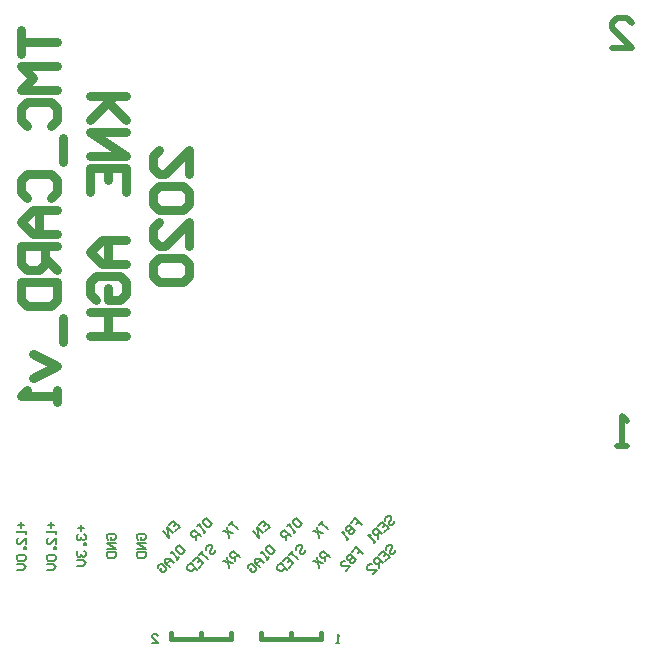
<source format=gbo>
G04*
G04 #@! TF.GenerationSoftware,Altium Limited,Altium Designer,20.0.13 (296)*
G04*
G04 Layer_Color=32896*
%FSLAX25Y25*%
%MOIN*%
G70*
G01*
G75*
%ADD13C,0.01500*%
%ADD14C,0.00800*%
%ADD43C,0.02000*%
%ADD46C,0.03000*%
D13*
X507500Y170500D02*
Y172500D01*
X517500Y170500D02*
Y172500D01*
X527500Y170500D02*
Y172500D01*
X537500Y170500D02*
Y172500D01*
X547500Y170500D02*
Y172500D01*
X557500Y170500D02*
Y172500D01*
X507500Y170500D02*
X527500D01*
X537500D02*
X557500D01*
D14*
X501048Y169000D02*
X503048D01*
X501048Y171000D01*
Y171500D01*
X501548Y172000D01*
X502548D01*
X503048Y171500D01*
X563452Y169000D02*
X562452D01*
X562952D01*
Y172000D01*
X563452Y171500D01*
X567853Y199474D02*
X569267Y200888D01*
X570328Y199828D01*
X569621Y199121D01*
X570328Y199828D01*
X571388Y198767D01*
X567147D02*
X569267Y196647D01*
X568207Y195586D01*
X567500Y195586D01*
X567147Y195940D01*
X567147Y196647D01*
X568207Y197707D01*
X567147Y196647D01*
X566440D01*
X566086Y197000D01*
X566086Y197707D01*
X567147Y198767D01*
X565733Y193112D02*
X567147Y194526D01*
X564319D01*
X563966Y194879D01*
Y195586D01*
X564673Y196293D01*
X565379D01*
X567500Y209121D02*
X568914Y210534D01*
X569974Y209474D01*
X569267Y208767D01*
X569974Y209474D01*
X571034Y208414D01*
X566793D02*
X568914Y206293D01*
X567853Y205233D01*
X567147Y205233D01*
X566793Y205586D01*
X566793Y206293D01*
X567853Y207353D01*
X566793Y206293D01*
X566086D01*
X565733Y206647D01*
X565733Y207353D01*
X566793Y208414D01*
Y204172D02*
X566086Y203466D01*
X566440Y203819D01*
X564319Y205940D01*
X565026D01*
X579267Y200181D02*
X579267Y200888D01*
X579974Y201595D01*
X580681D01*
X581034Y201241D01*
X581034Y200534D01*
X580328Y199828D01*
X580328Y199121D01*
X580681Y198767D01*
X581388Y198767D01*
X582095Y199474D01*
Y200181D01*
X576793Y198414D02*
X578207Y199828D01*
X580328Y197707D01*
X578914Y196293D01*
X579267Y198767D02*
X578560Y198060D01*
X578207Y195586D02*
X576086Y197707D01*
X575026Y196647D01*
Y195940D01*
X575733Y195233D01*
X576440Y195233D01*
X577500Y196293D01*
X576793Y195586D02*
X576793Y194173D01*
X574673Y192052D02*
X576086Y193466D01*
X573259D01*
X572905Y193819D01*
X572905Y194526D01*
X573612Y195233D01*
X574319D01*
X578914Y209827D02*
X578914Y210534D01*
X579621Y211241D01*
X580328D01*
X580681Y210888D01*
X580681Y210181D01*
X579974Y209474D01*
X579974Y208767D01*
X580328Y208414D01*
X581034Y208414D01*
X581741Y209121D01*
Y209827D01*
X576440Y208060D02*
X577853Y209474D01*
X579974Y207353D01*
X578560Y205940D01*
X578914Y208414D02*
X578207Y207707D01*
X577853Y205233D02*
X575733Y207353D01*
X574673Y206293D01*
Y205586D01*
X575379Y204879D01*
X576086Y204879D01*
X577147Y205940D01*
X576440Y205233D02*
X576440Y203819D01*
X575733Y203112D02*
X575026Y202405D01*
X575379Y202759D01*
X573259Y204879D01*
X573966D01*
X549267Y200181D02*
X549267Y200888D01*
X549974Y201595D01*
X550681D01*
X551034Y201241D01*
X551034Y200534D01*
X550327Y199828D01*
X550327Y199121D01*
X550681Y198767D01*
X551388Y198767D01*
X552095Y199474D01*
Y200181D01*
X548207Y199828D02*
X546793Y198414D01*
X547500Y199121D01*
X549621Y197000D01*
X544672Y196293D02*
X546086Y197707D01*
X548207Y195586D01*
X546793Y194173D01*
X547147Y196647D02*
X546440Y195940D01*
X546086Y193466D02*
X543966Y195586D01*
X542905Y194526D01*
X542905Y193819D01*
X543612Y193112D01*
X544319D01*
X545379Y194173D01*
X549090Y210711D02*
X551211Y208591D01*
X550151Y207530D01*
X549444Y207530D01*
X548030Y208944D01*
X548030Y209651D01*
X549090Y210711D01*
X546970Y208591D02*
X546263Y207884D01*
X546616Y208237D01*
X548737Y206116D01*
X549090Y206470D01*
X548384Y205763D01*
X547323Y204703D02*
X545203Y206823D01*
X544142Y205763D01*
Y205056D01*
X544849Y204349D01*
X545556Y204349D01*
X546616Y205410D01*
X545910Y204703D02*
X545910Y203289D01*
X560327Y197707D02*
X558207Y199828D01*
X557147Y198767D01*
X557147Y198060D01*
X557853Y197353D01*
X558560Y197353D01*
X559621Y198414D01*
X558914Y197707D02*
X558914Y196293D01*
X556086Y197707D02*
X556793Y194173D01*
X554672Y196293D02*
X558207Y195586D01*
X558207Y209827D02*
X556793Y208414D01*
X557500Y209121D01*
X559621Y207000D01*
X556086Y207707D02*
X556793Y204172D01*
X554672Y206293D02*
X558207Y205586D01*
X536793Y208414D02*
X538207Y209827D01*
X540328Y207707D01*
X538914Y206293D01*
X539267Y208767D02*
X538560Y208060D01*
X538207Y205586D02*
X536086Y207707D01*
X536793Y204172D01*
X534672Y206293D01*
X540151Y201771D02*
X542271Y199651D01*
X541211Y198591D01*
X540504Y198591D01*
X539090Y200004D01*
X539090Y200711D01*
X540151Y201771D01*
X538030Y199651D02*
X537323Y198944D01*
X537677Y199297D01*
X539797Y197177D01*
X540151Y197530D01*
X539444Y196823D01*
X538384Y195763D02*
X536970Y197177D01*
X535556D01*
Y195763D01*
X536970Y194349D01*
X535910Y195410D01*
X537323Y196823D01*
X533082Y193996D02*
X533082Y194703D01*
X533789Y195410D01*
X534496D01*
X535910Y193996D01*
Y193289D01*
X535203Y192582D01*
X534496D01*
X533789Y193289D01*
X534496Y193996D01*
X528207Y209827D02*
X526793Y208414D01*
X527500Y209121D01*
X529621Y207000D01*
X526086Y207707D02*
X526793Y204172D01*
X524673Y206293D02*
X528207Y205586D01*
X530328Y197707D02*
X528207Y199828D01*
X527147Y198767D01*
X527147Y198060D01*
X527853Y197353D01*
X528560Y197353D01*
X529621Y198414D01*
X528914Y197707D02*
X528914Y196293D01*
X526086Y197707D02*
X526793Y194173D01*
X524673Y196293D02*
X528207Y195586D01*
X519091Y210711D02*
X521211Y208591D01*
X520151Y207530D01*
X519444Y207530D01*
X518030Y208944D01*
X518030Y209651D01*
X519091Y210711D01*
X516970Y208591D02*
X516263Y207884D01*
X516616Y208237D01*
X518737Y206116D01*
X519091Y206470D01*
X518384Y205763D01*
X517323Y204703D02*
X515203Y206823D01*
X514142Y205763D01*
Y205056D01*
X514849Y204349D01*
X515556Y204349D01*
X516616Y205410D01*
X515909Y204703D02*
X515909Y203289D01*
X519267Y200181D02*
X519267Y200888D01*
X519974Y201595D01*
X520681D01*
X521034Y201241D01*
X521034Y200534D01*
X520328Y199828D01*
X520328Y199121D01*
X520681Y198767D01*
X521388Y198767D01*
X522095Y199474D01*
Y200181D01*
X518207Y199828D02*
X516793Y198414D01*
X517500Y199121D01*
X519621Y197000D01*
X514673Y196293D02*
X516086Y197707D01*
X518207Y195586D01*
X516793Y194173D01*
X517147Y196647D02*
X516440Y195940D01*
X516086Y193466D02*
X513966Y195586D01*
X512905Y194526D01*
X512905Y193819D01*
X513612Y193112D01*
X514319D01*
X515379Y194173D01*
X510151Y201771D02*
X512271Y199651D01*
X511211Y198591D01*
X510504Y198591D01*
X509091Y200004D01*
X509091Y200711D01*
X510151Y201771D01*
X508030Y199651D02*
X507323Y198944D01*
X507677Y199297D01*
X509797Y197177D01*
X510151Y197530D01*
X509444Y196823D01*
X508384Y195763D02*
X506970Y197177D01*
X505556D01*
Y195763D01*
X506970Y194349D01*
X505909Y195410D01*
X507323Y196823D01*
X503082Y193996D02*
X503082Y194703D01*
X503789Y195410D01*
X504496D01*
X505909Y193996D01*
Y193289D01*
X505203Y192582D01*
X504496D01*
X503789Y193289D01*
X504496Y193996D01*
X506793Y208414D02*
X508207Y209827D01*
X510327Y207707D01*
X508914Y206293D01*
X509267Y208767D02*
X508560Y208060D01*
X508207Y205586D02*
X506086Y207707D01*
X506793Y204172D01*
X504672Y206293D01*
X496500Y203451D02*
X496000Y203951D01*
Y204951D01*
X496500Y205451D01*
X498500D01*
X499000Y204951D01*
Y203951D01*
X498500Y203451D01*
X497500D01*
Y204451D01*
X499000Y202452D02*
X496000D01*
X499000Y200452D01*
X496000D01*
Y199453D02*
X499000D01*
Y197953D01*
X498500Y197453D01*
X496500D01*
X496000Y197953D01*
Y199453D01*
X486500Y203451D02*
X486000Y203951D01*
Y204951D01*
X486500Y205451D01*
X488500D01*
X489000Y204951D01*
Y203951D01*
X488500Y203451D01*
X487500D01*
Y204451D01*
X489000Y202452D02*
X486000D01*
X489000Y200452D01*
X486000D01*
Y199453D02*
X489000D01*
Y197953D01*
X488500Y197453D01*
X486500D01*
X486000Y197953D01*
Y199453D01*
X477500Y208200D02*
Y206201D01*
X476500Y207200D02*
X478500D01*
X476500Y205201D02*
X476000Y204701D01*
Y203701D01*
X476500Y203202D01*
X477000D01*
X477500Y203701D01*
Y204201D01*
Y203701D01*
X478000Y203202D01*
X478500D01*
X479000Y203701D01*
Y204701D01*
X478500Y205201D01*
X479000Y202202D02*
X478500D01*
Y201702D01*
X479000D01*
Y202202D01*
X476500Y199703D02*
X476000Y199203D01*
Y198203D01*
X476500Y197703D01*
X477000D01*
X477500Y198203D01*
Y198703D01*
Y198203D01*
X478000Y197703D01*
X478500D01*
X479000Y198203D01*
Y199203D01*
X478500Y199703D01*
X476000Y196704D02*
X478000D01*
X479000Y195704D01*
X478000Y194704D01*
X476000D01*
X467500Y209450D02*
Y207450D01*
X466500Y208450D02*
X468500D01*
X468999Y206451D02*
Y205451D01*
Y205951D01*
X466001D01*
X466500Y206451D01*
X468999Y201952D02*
Y203951D01*
X467000Y201952D01*
X466500D01*
X466001Y202452D01*
Y203451D01*
X466500Y203951D01*
X468999Y200952D02*
X468500D01*
Y200452D01*
X468999D01*
Y200952D01*
X466500Y198453D02*
X466001Y197953D01*
Y196954D01*
X466500Y196454D01*
X468500D01*
X468999Y196954D01*
Y197953D01*
X468500Y198453D01*
X466500D01*
X466001Y195454D02*
X468000D01*
X468999Y194454D01*
X468000Y193455D01*
X466001D01*
X457500Y209450D02*
Y207450D01*
X456500Y208450D02*
X458500D01*
X458999Y206451D02*
Y205451D01*
Y205951D01*
X456001D01*
X456500Y206451D01*
X458999Y201952D02*
Y203951D01*
X457000Y201952D01*
X456500D01*
X456001Y202452D01*
Y203451D01*
X456500Y203951D01*
X458999Y200952D02*
X458500D01*
Y200452D01*
X458999D01*
Y200952D01*
X456500Y198453D02*
X456001Y197953D01*
Y196954D01*
X456500Y196454D01*
X458500D01*
X458999Y196954D01*
Y197953D01*
X458500Y198453D01*
X456500D01*
X456001Y195454D02*
X458000D01*
X458999Y194454D01*
X458000Y193455D01*
X456001D01*
D43*
X654335Y367243D02*
X661000D01*
X654335Y373908D01*
Y375574D01*
X656002Y377240D01*
X659334D01*
X661000Y375574D01*
X659334Y234794D02*
X656002D01*
X657668D01*
Y244791D01*
X659334Y243125D01*
D46*
X457502Y373480D02*
Y365482D01*
Y369481D01*
X469498D01*
Y361484D02*
X457502D01*
X461501Y357485D01*
X457502Y353486D01*
X469498D01*
X459502Y341490D02*
X457502Y343490D01*
Y347488D01*
X459502Y349488D01*
X467499D01*
X469498Y347488D01*
Y343490D01*
X467499Y341490D01*
X471498Y337492D02*
Y329494D01*
X459502Y317498D02*
X457502Y319497D01*
Y323496D01*
X459502Y325496D01*
X467499D01*
X469498Y323496D01*
Y319497D01*
X467499Y317498D01*
X469498Y313499D02*
X461501D01*
X457502Y309501D01*
X461501Y305502D01*
X469498D01*
X463500D01*
Y313499D01*
X469498Y301503D02*
X457502D01*
Y295505D01*
X459502Y293506D01*
X463500D01*
X465500Y295505D01*
Y301503D01*
Y297504D02*
X469498Y293506D01*
X457502Y289507D02*
X469498D01*
Y283509D01*
X467499Y281510D01*
X459502D01*
X457502Y283509D01*
Y289507D01*
X471498Y277511D02*
Y269514D01*
X461501Y265515D02*
X469498Y261516D01*
X461501Y257518D01*
X469498Y253519D02*
Y249520D01*
Y251519D01*
X457502D01*
X459502Y253519D01*
X513498Y325496D02*
Y333493D01*
X505501Y325496D01*
X503501D01*
X501502Y327495D01*
Y331493D01*
X503501Y333493D01*
Y321497D02*
X501502Y319497D01*
Y315499D01*
X503501Y313499D01*
X511499D01*
X513498Y315499D01*
Y319497D01*
X511499Y321497D01*
X503501D01*
X513498Y301503D02*
Y309501D01*
X505501Y301503D01*
X503501D01*
X501502Y303503D01*
Y307501D01*
X503501Y309501D01*
Y297504D02*
X501502Y295505D01*
Y291507D01*
X503501Y289507D01*
X511499D01*
X513498Y291507D01*
Y295505D01*
X511499Y297504D01*
X503501D01*
X480502Y351487D02*
X492498D01*
X488499D01*
X480502Y343490D01*
X486500Y349488D01*
X492498Y343490D01*
Y339491D02*
X480502D01*
X492498Y331493D01*
X480502D01*
Y319497D02*
Y327495D01*
X492498D01*
Y319497D01*
X486500Y327495D02*
Y323496D01*
X492498Y303503D02*
X484501D01*
X480502Y299504D01*
X484501Y295505D01*
X492498D01*
X486500D01*
Y303503D01*
X482501Y283509D02*
X480502Y285508D01*
Y289507D01*
X482501Y291507D01*
X490499D01*
X492498Y289507D01*
Y285508D01*
X490499Y283509D01*
X486500D01*
Y287508D01*
X480502Y279510D02*
X492498D01*
X486500D01*
Y271513D01*
X480502D01*
X492498D01*
M02*

</source>
